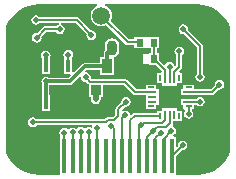
<source format=gbl>
%FSLAX25Y25*%
%MOIN*%
G70*
G01*
G75*
G04 Layer_Physical_Order=2*
G04 Layer_Color=16711680*
%ADD10C,0.05118*%
%ADD11R,0.05906X0.02165*%
%ADD12R,0.02165X0.02559*%
%ADD13R,0.02559X0.02165*%
%ADD14R,0.02362X0.02756*%
%ADD15R,0.02756X0.02362*%
%ADD16C,0.00787*%
%ADD17C,0.01181*%
%ADD18C,0.01969*%
%ADD19R,0.00197X0.00630*%
%ADD20R,0.78740X0.00315*%
%ADD21C,0.05906*%
%ADD22O,0.03500X0.05000*%
%ADD23C,0.01969*%
%ADD24R,0.01378X0.11811*%
%ADD25R,0.03600X0.03600*%
%ADD26R,0.03600X0.05000*%
%ADD27R,0.01575X0.03937*%
%ADD28R,0.05118X0.05118*%
%ADD29R,0.00787X0.02362*%
%ADD30R,0.00787X0.03150*%
%ADD31R,0.02362X0.00787*%
%ADD32R,0.03150X0.00787*%
G36*
X67617Y57805D02*
X69431Y57369D01*
X71154Y56656D01*
X72745Y55681D01*
X74163Y54469D01*
X75375Y53051D01*
X76349Y51460D01*
X76850Y50252D01*
Y8690D01*
X76364Y7518D01*
X75401Y5947D01*
X74204Y4545D01*
X72803Y3348D01*
X71231Y2385D01*
X69528Y1679D01*
X67735Y1249D01*
X65925Y1106D01*
X65898Y1112D01*
X58572D01*
Y7144D01*
X60711Y9283D01*
X60866Y9252D01*
X61481Y9374D01*
X62002Y9722D01*
X62350Y10243D01*
X62472Y10857D01*
X62350Y11472D01*
X62002Y11993D01*
X61481Y12341D01*
X60866Y12463D01*
X60252Y12341D01*
X59731Y11993D01*
X59383Y11472D01*
X59260Y10857D01*
X59267Y10825D01*
X58880Y10508D01*
X58572Y10635D01*
Y13780D01*
X57895D01*
X57750Y14258D01*
X58222Y14573D01*
X58570Y15094D01*
X58692Y15709D01*
X58570Y16323D01*
X58222Y16844D01*
X57701Y17192D01*
X57386Y17255D01*
X57320Y17475D01*
X57537Y17801D01*
X57613Y18185D01*
X57613Y18185D01*
X57613Y18185D01*
Y18185D01*
Y18969D01*
X60754D01*
Y22512D01*
X59179D01*
Y23300D01*
X54061D01*
Y22512D01*
X52486D01*
Y21752D01*
X44882D01*
X44498Y21675D01*
X44390Y21603D01*
X44172Y21458D01*
X43786Y21071D01*
X43308Y21217D01*
X43255Y21481D01*
X42907Y22002D01*
X42386Y22350D01*
X41772Y22472D01*
X41157Y22350D01*
X41063Y22287D01*
X40746Y22673D01*
X41892Y23819D01*
X42047Y23788D01*
X42662Y23910D01*
X43183Y24258D01*
X43531Y24779D01*
X43653Y25394D01*
X43531Y26008D01*
X43183Y26529D01*
X42662Y26877D01*
X42047Y26999D01*
X41433Y26877D01*
X40912Y26529D01*
X40564Y26008D01*
X40442Y25394D01*
X40472Y25238D01*
X38818Y23584D01*
X38600Y23258D01*
X38524Y22874D01*
X38524Y22874D01*
X38524D01*
X38524Y22874D01*
X38524D01*
Y21085D01*
X37773Y20334D01*
X35984D01*
X35600Y20258D01*
X35275Y20040D01*
X34821Y19586D01*
X12208D01*
X12120Y19718D01*
X11599Y20066D01*
X10984Y20188D01*
X10370Y20066D01*
X9849Y19718D01*
X9501Y19197D01*
X9379Y18583D01*
X9501Y17968D01*
X9849Y17447D01*
X10370Y17099D01*
X10984Y16977D01*
X11599Y17099D01*
X12120Y17447D01*
X12208Y17579D01*
X30633D01*
X30797Y17380D01*
X30675Y16895D01*
X30448Y16801D01*
X30348Y16868D01*
X29733Y16991D01*
X29119Y16868D01*
X28598Y16520D01*
X28110D01*
X28104Y16529D01*
X27583Y16877D01*
X26969Y16999D01*
X26354Y16877D01*
X25833Y16529D01*
X25801Y16481D01*
X25357D01*
X24836Y16829D01*
X24221Y16951D01*
X23607Y16829D01*
X23086Y16481D01*
X23025Y16389D01*
X22535Y16292D01*
X22071Y16601D01*
X21457Y16724D01*
X20842Y16601D01*
X20321Y16253D01*
X19973Y15733D01*
X19851Y15118D01*
X19973Y14504D01*
X20186Y14185D01*
X20186Y13780D01*
X20186D01*
X20186Y13780D01*
Y13780D01*
D01*
Y1112D01*
X13001D01*
X12972Y1106D01*
X11141Y1250D01*
X9327Y1686D01*
X7604Y2400D01*
X6013Y3374D01*
X4595Y4586D01*
X3383Y6004D01*
X2409Y7595D01*
X1908Y8803D01*
Y50252D01*
X2409Y51460D01*
X3383Y53051D01*
X4595Y54469D01*
X6013Y55681D01*
X7604Y56656D01*
X9327Y57369D01*
X11141Y57805D01*
X12972Y57949D01*
X13001Y57943D01*
X32381D01*
X32479Y57453D01*
X32002Y57255D01*
X31261Y56687D01*
X30693Y55947D01*
X30336Y55085D01*
X30215Y54160D01*
X30336Y53235D01*
X30693Y52373D01*
X31261Y51633D01*
X32002Y51065D01*
X32863Y50708D01*
X33788Y50586D01*
X34713Y50708D01*
X35497Y51032D01*
X42042Y44487D01*
X42368Y44270D01*
X42752Y44193D01*
X44816D01*
Y43211D01*
X48359D01*
Y43430D01*
X49541D01*
Y43211D01*
X50309D01*
Y41568D01*
X49551D01*
Y41350D01*
X47760D01*
Y37850D01*
X49551D01*
Y37631D01*
X51855D01*
X53913Y35573D01*
X53722Y35111D01*
X52486D01*
Y31568D01*
X54061D01*
Y30780D01*
X59179D01*
Y31568D01*
X60754D01*
Y35111D01*
X59979D01*
X59787Y35573D01*
X60473Y36259D01*
X60691Y36584D01*
X60704Y36648D01*
X60767Y36968D01*
Y40981D01*
X60899Y41069D01*
X61247Y41590D01*
X61369Y42205D01*
X61247Y42819D01*
X60899Y43340D01*
X60378Y43688D01*
X59764Y43810D01*
X59149Y43688D01*
X58628Y43340D01*
X58280Y42819D01*
X58158Y42205D01*
X58280Y41590D01*
X58628Y41069D01*
X58760Y40981D01*
Y37647D01*
X58359Y37349D01*
X58161Y37409D01*
X58098Y37729D01*
X57749Y38250D01*
X57229Y38598D01*
X56614Y38720D01*
X56000Y38598D01*
X55479Y38250D01*
X55136Y37736D01*
X54638Y37687D01*
X53094Y39231D01*
Y41568D01*
X52316D01*
Y43211D01*
X53084D01*
Y47148D01*
X49541D01*
Y46930D01*
X48359D01*
Y47148D01*
X44816D01*
Y46200D01*
X43167D01*
X36916Y52452D01*
X37240Y53235D01*
X37362Y54160D01*
X37240Y55085D01*
X36884Y55947D01*
X36316Y56687D01*
X35575Y57255D01*
X35098Y57453D01*
X35195Y57943D01*
X65757D01*
X65786Y57949D01*
X67617Y57805D01*
D02*
G37*
%LPC*%
G36*
X73150Y32669D02*
X72535Y32546D01*
X72014Y32198D01*
X71666Y31677D01*
X71544Y31063D01*
X71575Y30907D01*
X70286Y29618D01*
X64691D01*
Y31174D01*
X61148D01*
Y29599D01*
X60360D01*
Y27630D01*
X62429D01*
X62525Y27611D01*
X70701D01*
X71086Y27688D01*
X71411Y27905D01*
X72994Y29488D01*
X73150Y29457D01*
X73764Y29580D01*
X74285Y29928D01*
X74633Y30448D01*
X74755Y31063D01*
X74633Y31677D01*
X74285Y32198D01*
X73764Y32546D01*
X73150Y32669D01*
D02*
G37*
G36*
X66686Y27071D02*
X66071Y26949D01*
X65550Y26601D01*
X65462Y26469D01*
X62525D01*
X62429Y26449D01*
X60360D01*
Y24481D01*
X61148D01*
Y22906D01*
X61488D01*
X61729Y22545D01*
X61772Y22465D01*
X61429Y21952D01*
X61307Y21338D01*
X61429Y20723D01*
X61777Y20202D01*
X62298Y19854D01*
X62913Y19732D01*
X63527Y19854D01*
X64048Y20202D01*
X64396Y20723D01*
X64518Y21338D01*
X64396Y21952D01*
X64048Y22473D01*
X63917Y22561D01*
Y22906D01*
X64691D01*
Y24462D01*
X65462D01*
X65550Y24330D01*
X66071Y23982D01*
X66686Y23859D01*
X67300Y23982D01*
X67821Y24330D01*
X68169Y24851D01*
X68291Y25465D01*
X68169Y26080D01*
X67821Y26601D01*
X67300Y26949D01*
X66686Y27071D01*
D02*
G37*
G36*
X61142Y51212D02*
X60527Y51090D01*
X60006Y50742D01*
X59658Y50221D01*
X59536Y49606D01*
X59658Y48992D01*
X60006Y48471D01*
X60527Y48123D01*
X61142Y48001D01*
X61297Y48032D01*
X65682Y43647D01*
Y34917D01*
X65550Y34829D01*
X65202Y34308D01*
X65080Y33694D01*
X65202Y33079D01*
X65550Y32558D01*
X66071Y32210D01*
X66686Y32088D01*
X67300Y32210D01*
X67821Y32558D01*
X68169Y33079D01*
X68291Y33694D01*
X68169Y34308D01*
X67821Y34829D01*
X67689Y34917D01*
Y44062D01*
X67613Y44446D01*
X67395Y44772D01*
X62716Y49451D01*
X62747Y49606D01*
X62625Y50221D01*
X62277Y50742D01*
X61756Y51090D01*
X61142Y51212D01*
D02*
G37*
G36*
X12047Y54283D02*
X11433Y54161D01*
X10912Y53812D01*
X10564Y53292D01*
X10442Y52677D01*
X10564Y52063D01*
X10912Y51542D01*
X11433Y51194D01*
X12047Y51072D01*
X12662Y51194D01*
X13183Y51542D01*
X13271Y51674D01*
X19731D01*
X19778Y51194D01*
X19778D01*
X19780Y51176D01*
X19346Y51090D01*
X18825Y50742D01*
X18737Y50610D01*
X15157D01*
X14773Y50533D01*
X14448Y50316D01*
X12439Y48307D01*
X12284Y48338D01*
X11669Y48216D01*
X11148Y47868D01*
X10800Y47347D01*
X10678Y46732D01*
X10800Y46118D01*
X11148Y45597D01*
X11669Y45249D01*
X12284Y45127D01*
X12898Y45249D01*
X13419Y45597D01*
X13767Y46118D01*
X13889Y46732D01*
X13858Y46888D01*
X15573Y48603D01*
X18737D01*
X18825Y48471D01*
X19346Y48123D01*
X19961Y48001D01*
X20575Y48123D01*
X21096Y48471D01*
X21444Y48992D01*
X21566Y49606D01*
X21444Y50221D01*
X21096Y50742D01*
X20575Y51090D01*
X19961Y51212D01*
Y51320D01*
X20314Y51674D01*
X25135D01*
X28884Y47925D01*
X28827Y47638D01*
X28950Y47023D01*
X29298Y46502D01*
X29818Y46154D01*
X30433Y46032D01*
X31047Y46154D01*
X31568Y46502D01*
X31916Y47023D01*
X32039Y47638D01*
X31916Y48252D01*
X31568Y48773D01*
X31047Y49121D01*
X30433Y49243D01*
X30409Y49238D01*
X26261Y53387D01*
X25935Y53604D01*
X25551Y53681D01*
X13271D01*
X13183Y53812D01*
X12662Y54161D01*
X12047Y54283D01*
D02*
G37*
G36*
X37330Y46596D02*
X36417Y46415D01*
X35643Y45897D01*
X35125Y45123D01*
X34944Y44210D01*
Y42710D01*
X34944Y42710D01*
X34896Y42663D01*
X34635Y42272D01*
X34544Y41811D01*
X34544Y41811D01*
Y40377D01*
X33327D01*
Y38488D01*
X28386D01*
X27925Y38396D01*
X27534Y38135D01*
X27534Y38135D01*
X24640Y35241D01*
X24178Y35432D01*
Y39751D01*
X24178D01*
X24178Y40416D01*
X24279Y40567D01*
X24401Y41181D01*
X24279Y41796D01*
X23931Y42316D01*
X23410Y42665D01*
X22795Y42787D01*
X22181Y42665D01*
X21660Y42316D01*
X21312Y41796D01*
X21190Y41181D01*
X21312Y40567D01*
X21422Y40402D01*
X21422Y39751D01*
X21422D01*
Y34633D01*
X23379D01*
X23571Y34171D01*
X22808Y33409D01*
X16387D01*
X15969Y33688D01*
X15354Y33810D01*
X14740Y33688D01*
X14219Y33340D01*
X13871Y32819D01*
X13749Y32205D01*
X13871Y31590D01*
X14116Y31224D01*
Y27547D01*
X13942D01*
Y22429D01*
X16698D01*
Y27547D01*
X16524D01*
Y31001D01*
X23307D01*
X23307Y31001D01*
X23768Y31092D01*
X24159Y31353D01*
X26492Y33687D01*
X27016Y33583D01*
X27139Y32968D01*
X27487Y32447D01*
X28008Y32099D01*
X28622Y31977D01*
X28778Y32008D01*
X29424Y31361D01*
X29627Y31225D01*
Y26896D01*
X30412D01*
Y26350D01*
X30402Y26299D01*
X30504Y25787D01*
X30524Y25685D01*
X30872Y25164D01*
X31393Y24816D01*
X31495Y24795D01*
X32008Y24693D01*
X32520Y24795D01*
X32622Y24816D01*
X33143Y25164D01*
X33143Y25164D01*
X33143Y25164D01*
X33153Y25174D01*
X33153Y25174D01*
X33501Y25695D01*
X33522Y25797D01*
X33624Y26309D01*
X33624Y26309D01*
Y26896D01*
X34409D01*
Y31068D01*
X41310D01*
X44472Y27905D01*
X44798Y27688D01*
X45182Y27611D01*
X48549D01*
Y26056D01*
Y24481D01*
Y22906D01*
X52092D01*
Y24481D01*
X52880D01*
Y26056D01*
Y27630D01*
Y29599D01*
X52092D01*
Y31174D01*
X48549D01*
Y29618D01*
X45598D01*
X42435Y32781D01*
X42110Y32998D01*
X41726Y33075D01*
X30549D01*
X30197Y33427D01*
X30228Y33583D01*
X30106Y34197D01*
X29757Y34718D01*
X29237Y35066D01*
X28622Y35188D01*
X28518Y35712D01*
X28885Y36079D01*
X33327D01*
Y34196D01*
X38109D01*
Y40377D01*
X38109Y40377D01*
X38109D01*
X38099Y40477D01*
X38243Y40505D01*
X39017Y41023D01*
X39535Y41797D01*
X39716Y42710D01*
Y44210D01*
X39535Y45123D01*
X39017Y45897D01*
X38243Y46415D01*
X37330Y46596D01*
D02*
G37*
G36*
X15270Y42505D02*
X14655Y42383D01*
X14134Y42035D01*
X13786Y41514D01*
X13664Y40900D01*
X13786Y40285D01*
X13942Y40052D01*
X13942Y39751D01*
X13942D01*
Y34633D01*
X16698D01*
Y39751D01*
X16698D01*
X16698Y40202D01*
X16753Y40285D01*
X16875Y40900D01*
X16753Y41514D01*
X16405Y42035D01*
X15884Y42383D01*
X15270Y42505D01*
D02*
G37*
%LPD*%
D14*
X51322Y39600D02*
D03*
X46598D02*
D03*
X46588Y45180D02*
D03*
X51312D02*
D03*
D16*
X12284Y46732D02*
X15157Y49606D01*
X19961D01*
X12047Y52677D02*
X25551D01*
X30433Y47795D01*
X59764Y42205D02*
X59770Y42199D01*
X59764Y42205D02*
Y42244D01*
Y36968D02*
Y42205D01*
X58195Y35399D02*
X59764Y36968D01*
X58195Y32945D02*
Y35399D01*
X49025Y7283D02*
Y13749D01*
X56610Y18185D02*
Y20685D01*
X55045Y19336D02*
Y21135D01*
X52362Y17087D02*
X55512D01*
X56610Y18185D01*
X38001Y7283D02*
Y13023D01*
X43513Y7283D02*
Y19379D01*
X44882Y20748D01*
X53425D01*
X46269Y7283D02*
Y16920D01*
X54173Y18465D02*
X55045Y19336D01*
X47813Y18465D02*
X54173D01*
X51781Y7283D02*
Y13198D01*
X53661Y15079D01*
X54536Y7283D02*
Y13159D01*
X57087Y15709D01*
X57292Y7283D02*
X60866Y10857D01*
X21466Y7283D02*
Y15109D01*
X21457Y15118D02*
X21466Y15109D01*
X24221Y7283D02*
Y15345D01*
X26977Y7283D02*
Y15385D01*
X26969Y15394D02*
X26977Y15385D01*
X29733Y7283D02*
Y15385D01*
X22800Y37192D02*
Y41176D01*
X22795Y41181D02*
X22800Y41176D01*
X33788Y54160D02*
X42752Y45197D01*
X46614D01*
X51312Y39593D02*
Y45180D01*
Y39593D02*
X55039Y35866D01*
Y32953D02*
Y35866D01*
X56614Y37114D02*
X56620Y37120D01*
X62525Y28615D02*
X70701D01*
X73150Y31063D01*
X10984Y18583D02*
X35236D01*
X56620Y32945D02*
Y37120D01*
X45182Y28615D02*
X50714D01*
X41726Y32071D02*
X45182Y28615D01*
X30134Y32071D02*
X41726D01*
X28622Y33583D02*
X30134Y32071D01*
X62525Y25465D02*
X66686D01*
Y33694D02*
Y44062D01*
X61142Y49606D02*
X66686Y44062D01*
X40757Y19851D02*
X41772Y20866D01*
X40757Y7283D02*
Y19851D01*
X46269Y16920D02*
X47813Y18465D01*
X49025Y13749D02*
X52362Y17087D01*
X30433Y47638D02*
Y47795D01*
X62913Y21338D02*
X62913Y21339D01*
Y23898D01*
X32441Y16754D02*
X32489Y16802D01*
X32441Y16614D02*
Y16754D01*
X32489Y7283D02*
Y16802D01*
X38001Y7283D02*
Y16526D01*
X37126Y17402D02*
X38001Y16526D01*
X39528Y22874D02*
X42047Y25394D01*
X39528Y20709D02*
Y22874D01*
X35236Y18583D02*
X35984Y19331D01*
X38189D01*
X39528Y20669D01*
D17*
X15236Y40866D02*
X15270Y40900D01*
X15236Y37323D02*
Y40866D01*
Y37323D02*
X15276Y37284D01*
X15320Y24988D02*
Y32170D01*
X15354Y32205D01*
X23307D01*
X28386Y37284D01*
X35709D01*
X35748Y37323D01*
Y41811D01*
X37362Y43425D01*
D18*
X32018Y26309D02*
Y29287D01*
X32008Y26299D02*
X32018Y26309D01*
D21*
X33788Y54160D02*
D03*
X44969D02*
D03*
D22*
X27330Y43460D02*
D03*
X37330D02*
D03*
D23*
X10984Y18583D02*
D03*
X12284Y46732D02*
D03*
X12047Y52677D02*
D03*
X55394Y28150D02*
D03*
X57795D02*
D03*
X57874Y25945D02*
D03*
X55394D02*
D03*
X47047Y17835D02*
D03*
X50945Y15787D02*
D03*
X53661Y15079D02*
D03*
X57087Y15709D02*
D03*
X60866Y10857D02*
D03*
X21457Y15118D02*
D03*
X24221Y15345D02*
D03*
X26969Y15394D02*
D03*
X29733Y15385D02*
D03*
X15270Y40900D02*
D03*
X22795Y41181D02*
D03*
X15354Y32205D02*
D03*
X32008Y26299D02*
D03*
X56614Y37114D02*
D03*
X59764Y42205D02*
D03*
X73150Y31063D02*
D03*
X42047Y25394D02*
D03*
X28622Y33583D02*
D03*
X66686Y25465D02*
D03*
Y33694D02*
D03*
X61142Y49606D02*
D03*
X19961D02*
D03*
X68425Y9646D02*
D03*
X41339Y39331D02*
D03*
X23110Y46496D02*
D03*
X70748Y42244D02*
D03*
X35906Y29370D02*
D03*
X41772Y20866D02*
D03*
X30433Y47638D02*
D03*
X47520Y23740D02*
D03*
X62795Y38543D02*
D03*
X37126Y17362D02*
D03*
X62913Y21338D02*
D03*
X32441Y16614D02*
D03*
X48346Y33543D02*
D03*
X26969Y26772D02*
D03*
X37165Y21378D02*
D03*
D24*
X57292Y7283D02*
D03*
X54536D02*
D03*
X51781D02*
D03*
X49025D02*
D03*
X46269D02*
D03*
X43513D02*
D03*
X40757D02*
D03*
X38001D02*
D03*
X35245D02*
D03*
X32489D02*
D03*
X29733D02*
D03*
X26977D02*
D03*
X24221D02*
D03*
X21466D02*
D03*
D25*
X32018Y29287D02*
D03*
X39518D02*
D03*
D26*
X35718Y37287D02*
D03*
D27*
X22800Y24988D02*
D03*
X15320D02*
D03*
X19060D02*
D03*
X15320Y37192D02*
D03*
X22800D02*
D03*
D28*
X56620Y27040D02*
D03*
D29*
X59770Y33339D02*
D03*
X53470D02*
D03*
Y20741D02*
D03*
X59770D02*
D03*
D30*
X58195Y32945D02*
D03*
X56620D02*
D03*
X55045D02*
D03*
Y21135D02*
D03*
X56620D02*
D03*
X58195D02*
D03*
D31*
X50321Y30190D02*
D03*
Y23890D02*
D03*
X62919D02*
D03*
Y30190D02*
D03*
D32*
X50714Y28615D02*
D03*
Y27040D02*
D03*
Y25465D02*
D03*
X62525D02*
D03*
Y27040D02*
D03*
Y28615D02*
D03*
M02*

</source>
